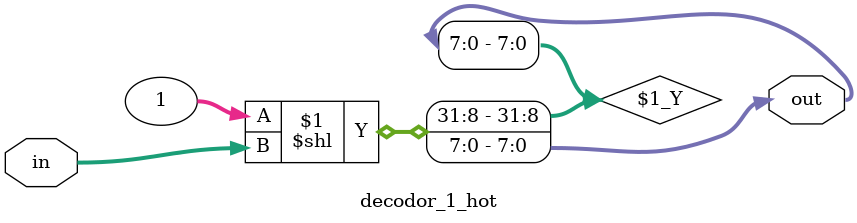
<source format=sv>
`timescale 1ns / 1ps

module decodor_1_hot(
    input logic [2:0]in,
    output logic [7:0]out
    );
    
assign out = 1 << in;
endmodule

</source>
